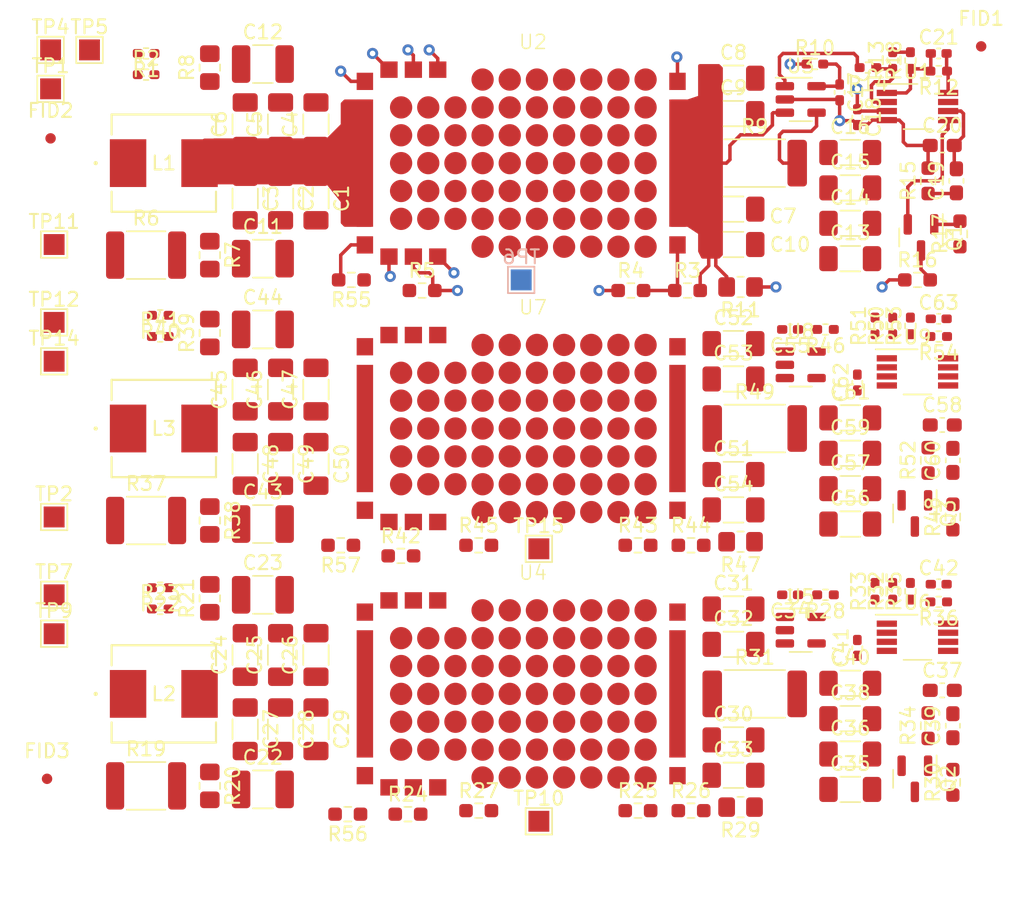
<source format=kicad_pcb>
(kicad_pcb (version 20240108) (generator "pcbnew") (generator_version "8.0")
  (layers (0 "F.Cu" signal) (1 "In1.Cu" signal) (2 "In2.Cu" signal) (3 "In3.Cu" signal) (4 "In4.Cu" signal) (5 "In5.Cu" signal) (6 "In6.Cu" signal) (31 "B.Cu" signal) (34 "B.Paste" user) (35 "F.Paste" user) (36 "B.SilkS" user "B.Silkscreen") (37 "F.SilkS" user "F.Silkscreen") (38 "B.Mask" user) (39 "F.Mask" user) (44 "Edge.Cuts" user))
  (net 0 "")
  (net 1 "/block1/ITRIM")
  (net 2 "Net-(U2-SCL)")
  (net 3 "Net-(U2-SDA)")
  (net 4 "GND")
  (net 5 "Net-(R1-Pad2)")
  (net 6 "Net-(R2-Pad1)")
  (net 7 "/block1/VDD")
  (net 8 "Net-(C11-Pad1)")
  (net 9 "Net-(C12-Pad1)")
  (net 10 "/block2/ITRIM")
  (net 11 "Net-(C19-Pad1)")
  (net 12 "/block1/+IN")
  (net 13 "/block1/VOUT")
  (net 14 "/block1/VOUT_COM")
  (net 15 "/block1/5VCC")
  (net 16 "/block1/VLS")
  (net 17 "/block1/TR-ADJ")
  (net 18 "/block1/+VS")
  (net 19 "/block1/TRIM")
  (net 20 "SGND")
  (net 21 "/block1/VDR")
  (net 22 "/block1/PG")
  (net 23 "/block1/EAO")
  (net 24 "Net-(U1-EAO)")
  (net 25 "Net-(U1-CS-)")
  (net 26 "Net-(U1-CSO)")
  (net 27 "/block1/IN_COM")
  (net 28 "Net-(Q1-E)")
  (net 29 "Net-(U1-CS+)")
  (net 30 "/block1/ISNS")
  (net 31 "Net-(C22-Pad1)")
  (net 32 "Net-(C23-Pad1)")
  (net 33 "/block2/+IN")
  (net 34 "/block2/VOUT")
  (net 35 "/block2/5VCC")
  (net 36 "/block2/VOUT_COM")
  (net 37 "Net-(U6-EAO)")
  (net 38 "Net-(C39-Pad1)")
  (net 39 "/block2/VDD")
  (net 40 "Net-(U6-CS-)")
  (net 41 "Net-(U6-CSO)")
  (net 42 "Net-(C43-Pad1)")
  (net 43 "Net-(C44-Pad1)")
  (net 44 "/block3/+IN")
  (net 45 "/block3/VOUT")
  (net 46 "/block3/5VCC")
  (net 47 "/block3/VOUT_COM")
  (net 48 "Net-(U9-EAO)")
  (net 49 "Net-(C60-Pad1)")
  (net 50 "/block3/VDD")
  (net 51 "Net-(U9-CS-)")
  (net 52 "Net-(U9-CSO)")
  (net 53 "/block2/IN_COM")
  (net 54 "/block3/IN_COM")
  (net 55 "Net-(Q2-E)")
  (net 56 "/block2/TR-ADJ")
  (net 57 "Net-(Q3-E)")
  (net 58 "/block3/TR-ADJ")
  (net 59 "Net-(U4-SCL)")
  (net 60 "Net-(R22-Pad2)")
  (net 61 "Net-(R23-Pad1)")
  (net 62 "Net-(U4-SDA)")
  (net 63 "/block2/TRIM")
  (net 64 "/block2/+VS")
  (net 65 "/block2/VDR")
  (net 66 "Net-(U6-CS+)")
  (net 67 "/block2/ISNS")
  (net 68 "Net-(U7-SCL)")
  (net 69 "Net-(R40-Pad2)")
  (net 70 "Net-(R41-Pad1)")
  (net 71 "Net-(U7-SDA)")
  (net 72 "/block3/TRIM")
  (net 73 "/block3/+VS")
  (net 74 "/block3/VDR")
  (net 75 "Net-(U9-CS+)")
  (net 76 "/block3/ISNS")
  (net 77 "/block3/ITRIM")
  (net 78 "/block2/PG")
  (net 79 "/block2/EAO")
  (net 80 "/block1/ENABLE")
  (net 81 "/block3/PG")
  (net 82 "/block3/EAO")
  (net 83 "/block2/ENABLE")
  (net 84 "/block2/VLS")
  (net 85 "/block3/ENABLE")
  (net 86 "/block3/VLS")
  (footprint "Resistor_SMD:R_0402_1005Metric_Pad0.72x0.64mm_HandSolder" (layer "F.Cu") (at 156.21 73.914 90)
    (property "Reference" "R32")
    (property "Value" "4k")
  )
  (footprint "Capacitor_SMD:C_1206_3216Metric_Pad1.33x1.80mm_HandSolder" (layer "F.Cu") (at 144.78 65.532)
    (property "Reference" "C51")
    (property "Value" "4.7uF")
  )
  (footprint "Capacitor_SMD:C_1210_3225Metric_Pad1.33x2.70mm_HandSolder" (layer "F.Cu") (at 110.998 88.138)
    (property "Reference" "C22")
    (property "Value" "C")
  )
  (footprint "Capacitor_SMD:C_1206_3216Metric_Pad1.33x1.80mm_HandSolder" (layer "F.Cu") (at 153.162 44.958)
    (property "Reference" "C15")
    (property "Value" "4.7uF")
  )
  (footprint "Capacitor_SMD:C_1210_3225Metric_Pad1.33x2.70mm_HandSolder" (layer "F.Cu") (at 110.998 50.038)
    (property "Reference" "C11")
    (property "Value" "C")
  )
  (footprint "Capacitor_SMD:C_0402_1005Metric_Pad0.74x0.62mm_HandSolder" (layer "F.Cu") (at 148.844 55.118 180)
    (property "Reference" "C55")
    (property "Value" "0.1uF")
  )
  (footprint "Resistor_SMD:R_0402_1005Metric_Pad0.72x0.64mm_HandSolder" (layer "F.Cu") (at 159.512 74.676 180)
    (property "Reference" "R36")
    (property "Value" "4k")
  )
  (footprint "Capacitor_SMD:C_1206_3216Metric_Pad1.33x1.80mm_HandSolder" (layer "F.Cu") (at 144.78 49.022)
    (property "Reference" "C10")
    (property "Value" "4.7uF")
  )
  (footprint "Resistor_SMD:R_2512_6332Metric_Pad1.40x3.35mm_HandSolder" (layer "F.Cu") (at 146.304 43.18)
    (property "Reference" "R9")
    (property "Value" "R")
  )
  (footprint "Capacitor_SMD:C_0603_1608Metric_Pad1.08x0.95mm_HandSolder" (layer "F.Cu") (at 160.528 83.566 90)
    (property "Reference" "C39")
    (property "Value" "0.1uF")
  )
  (footprint "Resistor_SMD:R_0402_1005Metric_Pad0.72x0.64mm_HandSolder" (layer "F.Cu") (at 156.21 54.864 90)
    (property "Reference" "R50")
    (property "Value" "4k")
  )
  (footprint "Resistor_SMD:R_0402_1005Metric_Pad0.72x0.64mm_HandSolder" (layer "F.Cu") (at 151.384 74.168 180)
    (property "Reference" "R28")
    (property "Value" "10")
  )
  (footprint "Capacitor_SMD:C_1206_3216Metric_Pad1.33x1.80mm_HandSolder" (layer "F.Cu") (at 144.78 37.084)
    (property "Reference" "C8")
    (property "Value" "4.7uF")
  )
  (footprint "Resistor_SMD:R_0402_1005Metric_Pad0.72x0.64mm_HandSolder" (layer "F.Cu") (at 154.94 54.864 90)
    (property "Reference" "R51")
    (property "Value" "1k")
  )
  (footprint "TestPoint:TestPoint_Pad_1.5x1.5mm" (layer "F.Cu") (at 95.758 37.846)
    (property "Reference" "TP1")
    (property "Value" "TestPoint")
  )
  (footprint "Fiducial:Fiducial_0.75mm_Mask1.5mm" (layer "F.Cu") (at 95.504 87.376)
    (property "Reference" "FID3")
    (property "Value" "Fiducial")
  )
  (footprint "Resistor_SMD:R_0805_2012Metric_Pad1.20x1.40mm_HandSolder" (layer "F.Cu") (at 145.288 89.408 180)
    (property "Reference" "R29")
    (property "Value" "4k")
  )
  (footprint "Resistor_SMD:R_0805_2012Metric_Pad1.20x1.40mm_HandSolder" (layer "F.Cu") (at 107.188 87.884 -90)
    (property "Reference" "R20")
    (property "Value" "R_US")
  )
  (footprint "vicor:2313 PRM TC2_3-47574R4" (layer "F.Cu") (at 129.54 62.23 90)
    (property "Reference" "U7")
    (property "Value" "PRM2313" (hide yes))
  )
  (footprint "Capacitor_SMD:C_1206_3216Metric_Pad1.33x1.80mm_HandSolder" (layer "F.Cu") (at 153.162 88.138)
    (property "Reference" "C35")
    (property "Value" "4.7uF")
  )
  (footprint "Capacitor_SMD:C_0402_1005Metric_Pad0.74x0.62mm_HandSolder" (layer "F.Cu") (at 159.512 73.406)
    (property "Reference" "C42")
    (property "Value" "0.1uF")
  )
  (footprint "Capacitor_SMD:C_0402_1005Metric_Pad0.74x0.62mm_HandSolder" (layer "F.Cu") (at 153.67 39.878 -90)
    (property "Reference" "C18")
    (property "Value" "0.1uF")
  )
  (footprint "TestPoint:TestPoint_Pad_1.5x1.5mm" (layer "F.Cu") (at 96.012 54.61)
    (property "Reference" "TP12")
    (property "Value" "TestPoint")
  )
  (footprint "Capacitor_SMD:C_1206_3216Metric_Pad1.33x1.80mm_HandSolder" (layer "F.Cu") (at 144.78 58.674)
    (property "Reference" "C53")
    (property "Value" "4.7uF")
  )
  (footprint "Capacitor_SMD:C_1206_3216Metric_Pad1.33x1.80mm_HandSolder" (layer "F.Cu") (at 114.808 83.82 -90)
    (property "Reference" "C29")
    (property "Value" "C")
  )
  (footprint "Resistor_SMD:R_0402_1005Metric_Pad0.72x0.64mm_HandSolder" (layer "F.Cu") (at 103.632 54.102 180)
    (property "Reference" "R40")
    (property "Value" "R")
  )
  (footprint "Capacitor_SMD:C_0402_1005Metric_Pad0.74x0.62mm_HandSolder" (layer "F.Cu") (at 152.4 38.1 -90)
    (property "Reference" "C17")
    (property "Value" "0.1uF")
  )
  (footprint "Resistor_SMD:R_0603_1608Metric_Pad0.98x0.95mm_HandSolder" (layer "F.Cu") (at 117.094 89.916 180)
    (property "Reference" "R56")
    (property "Value" "R")
  )
  (footprint "Resistor_SMD:R_0805_2012Metric_Pad1.20x1.40mm_HandSolder" (layer "F.Cu") (at 107.188 36.322 90)
    (property "Reference" "R8")
    (property "Value" "R_US")
  )
  (footprint "Capacitor_SMD:C_1206_3216Metric_Pad1.33x1.80mm_HandSolder" (layer "F.Cu") (at 153.162 83.058)
    (property "Reference" "C38")
    (property "Value" "4.7uF")
  )
  (footprint "Capacitor_SMD:C_0603_1608Metric_Pad1.08x0.95mm_HandSolder" (layer "F.Cu") (at 160.782 44.45 90)
    (property "Reference" "C19")
    (property "Value" "0.1uF")
  )
  (footprint "Resistor_SMD:R_0603_1608Metric_Pad0.98x0.95mm_HandSolder" (layer "F.Cu") (at 137.922 70.612)
    (property "Reference" "R43")
    (property "Value" "R")
  )
  (footprint "Capacitor_SMD:C_1206_3216Metric_Pad1.33x1.80mm_HandSolder" (layer "F.Cu") (at 112.268 83.82 -90)
    (property "Reference" "C28")
    (property "Value" "C")
  )
  (footprint "Resistor_SMD:R_0402_1005Metric_Pad0.72x0.64mm_HandSolder" (layer "F.Cu") (at 103.632 55.626)
    (property "Reference" "R41")
    (property "Value" "R")
  )
  (footprint "Capacitor_SMD:C_1206_3216Metric_Pad1.33x1.80mm_HandSolder" (layer "F.Cu") (at 114.808 40.386 90)
    (property "Reference" "C4")
    (property "Value" "C")
  )
  (footprint "Capacitor_SMD:C_0603_1608Metric_Pad1.08x0.95mm_HandSolder" (layer "F.Cu") (at 159.766 61.976)
    (property "Reference" "C58")
    (property "Value" "0.1uF")
  )
  (footprint "Capacitor_SMD:C_1206_3216Metric_Pad1.33x1.80mm_HandSolder" (layer "F.Cu") (at 114.808 59.436 90)
    (property "Reference" "C47")
    (property "Value" "C")
  )
  (footprint "Capacitor_SMD:C_1210_3225Metric_Pad1.33x2.70mm_HandSolder" (layer "F.Cu") (at 110.998 69.088)
    (property "Reference" "C43")
    (property "Value" "C")
  )
  (footprint "Resistor_SMD:R_0603_1608Metric_Pad0.98x0.95mm_HandSolder" (layer "F.Cu") (at 126.492 70.612)
    (property "Reference" "R45")
    (property "Value" "R")
  )
  (footprint "Resistor_SMD:R_0603_1608Metric_Pad0.98x0.95mm_HandSolder" (layer "F.Cu") (at 158.75 83.566 90)
    (property "Reference" "R34")
    (property "Value" "R")
  )
  (footprint "Capacitor_SMD:C_1206_3216Metric_Pad1.33x1.80mm_HandSolder" (layer "F.Cu") (at 144.78 87.122)
    (property "Reference" "C33")
    (property "Value" "4.7uF")
  )
  (footprint "TestPoint:TestPoint_Pad_1.5x1.5mm" (layer "F.Cu") (at 96.012 57.404)
    (property "Reference" "TP14")
    (property "Value" "TestPoint")
  )
  (footprint "Resistor_SMD:R_0402_1005Metric_Pad0.72x0.64mm_HandSolder" (layer "F.Cu") (at 156.21 35.814 90)
    (property "Reference" "R13")
    (property "Value" "4k")
  )
  (footprint "Resistor_SMD:R_0805_2012Metric_Pad1.20x1.40mm_HandSolder" (layer "F.Cu") (at 107.188 68.834 -90)
    (property "Reference" "R38")
    (property "Value" "R_US")
  )
  (footprint "Resistor_SMD:R_0603_1608Metric_Pad0.98x0.95mm_HandSolder" (layer "F.Cu") (at 158.75 44.45 90)
    (property "Reference" "R15")
    (property "Value" "R")
  )
  (footprint "Package_SO:VSSOP-8_3.0x3.0mm_P0.65mm" (layer "F.Cu") (at 157.988 77.216)
    (property "Reference" "U6")
    (property "Value" "UCC39002D")
  )
  (footprint "Resistor_SMD:R_2512_6332Metric_Pad1.40x3.35mm_HandSolder" (layer "F.Cu") (at 146.304 62.23)
    (property "Reference" "R49")
    (property "Value" "R")
  )
  (footprint "Resistor_SMD:R_0805_2012Metric_Pad1.20x1.40mm_HandSolder" (layer "F.Cu") (at 107.188 74.422 90)
    (property "Reference" "R21")
    (property "Value" "R_US")
  )
  (footprint "Capacitor_SMD:C_1206_3216Metric_Pad1.33x1.80mm_HandSolder" (layer "F.Cu") (at 144.78 84.582)
    (property "Reference" "C30")
    (property "Value" "4.7uF")
  )
  (footprint "Capacitor_SMD:C_1210_3225Metric_Pad1.33x2.70mm_HandSolder" (layer "F.Cu") (at 110.998 36.068)
    (property "Reference" "C12")
    (property "Value" "C")
  )
  (footprint "Package_TO_SOT_SMD:SOT-23" (layer "F.Cu") (at 157.8 68.326 -90)
    (property "Reference" "Q3")
    (property "Value" "BC846")
  )
  (footprint "Capacitor_SMD:C_1206_3216Metric_Pad1.33x1.80mm_HandSolder" (layer "F.Cu") (at 144.78 46.482)
    (property "Reference" "C7")
    (property "Value" "4.7uF")
  )
  (footprint "Resistor_SMD:R_0402_1005Metric_Pad0.72x0.64mm_HandSolder" (layer "F.Cu") (at 154.432 36.322 180)
    (property "Reference" "R14")
    (property "Value" "1k")
  )
  (footprint "Resistor_SMD:R_0603_1608Metric_Pad0.98x0.95mm_HandSolder" (layer "F.Cu") (at 116.586 70.612 180)
    (property "Reference" "R57")
    (property "Value" "R")
  )
  (footprint "Resistor_SMD:R_0402_1005Metric_Pad0.72x0.64mm_HandSolder" (layer "F.Cu") (at 103.632 73.66 180)
    (property "Reference" "R22")
    (property "Value" "R")
  )
  (footprint "Capacitor_SMD:C_0603_1608Metric_Pad1.08x0.95mm_HandSolder" (layer "F.Cu") (at 159.766 81.026)
    (property "Reference" "C37")
    (property "Value" "0.1uF")
  )
  (footprint "Resistor_SMD:R_0805_2012Metric_Pad1.20x1.40mm_HandSolder" (layer "F.Cu") (at 107.188 55.372 90)
    (property "Reference" "R39")
    (property "Value" "R_US")
  )
  (footprint "Capacitor_SMD:C_1206_3216Metric_Pad1.33x1.80mm_HandSolder" (layer "F.Cu") (at 112.268 59.436 90)
    (property "Reference" "C46")
    (property "Value" "C")
  )
  (footprint "Resistor_SMD:R_1812_4532Metric_Pad1.30x3.40mm_HandSolder" (layer "F.Cu") (at 102.616 87.884)
    (property "Reference" "R19")
    (property "Value" "R_US")
  )
  (footprint "Fiducial:Fiducial_0.75mm_Mask1.5mm" (layer "F.Cu") (at 162.56 34.798)
    (property "Reference" "FID1")
    (property "Value" "Fiducial")
  )
  (footprint "Capacitor_SMD:C_1206_3216Metric_Pad1.33x1.80mm_HandSolder" (layer "F.Cu") (at 109.728 45.72 -90)
    (property "Reference" "C3")
    (property "Value" "C")
  )
  (footprint "Resistor_SMD:R_0603_1608Metric_Pad0.98x0.95mm_HandSolder" (layer "F.Cu") (at 141.732 89.662)
    (property "Reference" "R26")
    (property "Value" "R")
  )
  (footprint "Resistor_SMD:R_0603_1608Metric_Pad0.98x0.95mm_HandSolder" (layer "F.Cu") (at 117.348 51.562 180)
    (property "Reference" "R55")
    (property "Value" "R")
  )
  (footprint "Resistor_SMD:R_1812_4532Metric_Pad1.30x3.40mm_HandSolder" (layer "F.Cu") (at 102.616 49.784)
    (property "Reference" "R6")
    (property "Value" "R_US")
  )
  (footprint "Capacitor_SMD:C_1206_3216Metric_Pad1.33x1.80mm_HandSolder" (layer "F.Cu") (at 153.162 42.418)
    (property "Reference" "C16")
    (property "Value" "4.7uF")
  )
  (footprint "TestPoint:TestPoint_Pad_1.5x1.5mm" (layer "F.Cu") (at 96.012 68.58)
    (property "Reference" "TP2")
    (property "Value" "TestPoint")
  )
  (footprint "Resistor_SMD:R_2512_6332Metric_Pad1.40x3.35mm_HandSolder" (layer "F.Cu") (at 146.304 81.28)
    (property "Reference" "R31")
    (property "Value" "R")
  )
  (footprint "Capacitor_SMD:C_1206_3216Metric_Pad1.33x1.80mm_HandSolder" (layer "F.Cu") (at 153.162 64.008)
    (property "Reference" "C59")
    (property "Value" "4.7uF")
  )
  (footprint "TestPoint:TestPoint_Pad_1.5x1.5mm" (layer "F.Cu") (at 98.552 35.052)
    (property "Reference" "TP5")
    (property "Value" "TestPoint")
  )
  (footprint "Resistor_SMD:R_0603_1608Metric_Pad0.98x0.95mm_HandSolder" (layer "F.Cu") (at 121.412 89.916)
    (property "Reference" "R24")
    (property "Value" "R")
  )
  (footprint "Capacitor_SMD:C_1206_3216Metric_Pad1.33x1.80mm_HandSolder" (layer "F.Cu") (at 153.162 66.548)
    (property "Reference" "C57")
    (property "Value" "4.7uF")
  )
  (footprint "Capacitor_SMD:C_1206_3216Metric_Pad1.33x1.80mm_HandSolder" (layer "F.Cu") (at 153.162 69.088)
    (property "Reference" "C56")
    (property "Value" "4.7uF")
  )
  (footprint "Resistor_SMD:R_0603_1608Metric_Pad0.98x0.95mm_HandSolder" (layer "F.Cu") (at 137.922 89.662)
    (property "Reference" "R25")
    (property "Value" "R")
  )
  (footprint "Capacitor_SMD:C_1206_3216Metric_Pad1.33x1.80mm_HandSolder" (layer "F.Cu") (at 144.78 68.072)
    (property "Reference" "C54")
    (property "Value" "4.7uF")
  )
  (footprint "Capacitor_SMD:C_1206_3216Metric_Pad1.33x1.80mm_HandSolder" (layer "F.Cu") (at 153.162 80.518)
    (property "Reference" "C40")
    (property "Value" "4.7uF")
  )
  (footprint "Package_TO_SOT_SMD:SOT-23-5" (layer "F.Cu") (at 149.606 76.708)
    (property "Reference" "U5")
    (property "Value" "AD8211")
  )
  (footprint "Resistor_SMD:R_0805_2012Metric_Pad1.20x1.40mm_HandSolder" (layer "F.Cu") (at 107.188 49.784 -90)
    (property "Reference" "R7")
    (property "Value" "R_US")
  )
  (footprint "Capacitor_SMD:C_1206_3216Metric_Pad1.33x1.80mm_HandSolder" (layer "F.Cu") (at 144.78 39.624)
    (property "Reference" "C9")
    (property "Value" "4.7uF")
  )
  (footprint "Capacitor_SMD:C_0402_1005Metric_Pad0.74x0.62mm_HandSolder" (layer "F.Cu") (at 159.512 35.306)
    (property "Reference" "C21")
    (property "Value" "0.1uF")
  )
  (footprint "Inductor_SMD:IND_IHLP_2525_CZ_VIS-M" (layer "F.Cu") (at 103.886 62.23)
    (property "Reference" "L3")
    (property "Value" "L")
  )
  (footprint "Capacitor_SMD:C_0603_1608Metric_Pad1.08x0.95mm_HandSolder" (layer "F.Cu") (at 159.766 41.91)
    (property "Reference" "C20")
    (property "Value" "0.1uF")
  )
  (footprint "Capacitor_SMD:C_1206_3216Metric_Pad1.33x1.80mm_HandSolder" (layer "F.Cu") (at 153.162 50.038)
    (property "Reference" "C13")
    (property "Value" "4.7uF")
  )
  (footprint "Resistor_SMD:R_0603_1608Metric_Pad0.98x0.95mm_HandSolder" (layer "F.Cu") (at 160.528 87.63 90)
    (property "Reference" "R30")
    (property "Value" "DNP")
  )
  (footprint "Resistor_SMD:R_0805_2012Metric_Pad1.20x1.40mm_HandSolder" (layer "F.Cu") (at 145.288 52.07 180)
    (property "Reference" "R11")
    (property "Value" "4k")
  )
  (footprint "Capacitor_SMD:C_1206_3216Metric_Pad1.33x1.80mm_HandSolder" (layer "F.Cu") (at 109.728 64.77 -90)
    (property "Reference" "C48")
    (property "Value" "C")
  )
  (footprint "Package_TO_SOT_SMD:SOT-23-5" (layer "F.Cu") (at 149.606 38.608)
    (property "Reference" "U3")
    (property "Value" "AD8211")
  )
  (footprint "Resistor_SMD:R_1812_4532Metric_Pad1.30x3.40mm_HandSolder" (layer "F.Cu") (at 102.616 68.834)
    (property "Reference" "R37")
    (property "Value" "R_US")
  )
  (footprint "Resistor_SMD:R_0402_1005Metric_Pad0.72x0.64mm_HandSolder" (layer "F.Cu") (at 159.512 55.626 180)
    (property "Reference" "R54")
    (property "Value" "4k")
  )
  (footprint "Resistor_SMD:R_0402_1005Metric_Pad0.72x0.64mm_HandSolder" (layer "F.Cu") (at 157.48 35.814 90)
    (property "Reference" "R18")
    (property "Value" "1k")
  )
  (footprint "TestPoint:TestPoint_Pad_1.5x1.5mm" (layer "F.Cu") (at 96.012 76.962)
    (property "Reference" "TP9")
    (property "Value" "TestPoint")
  )
  (footprint "TestPoint:TestPoint_Pad_1.5x1.5mm" (layer "F.Cu") (at 95.758 35.052)
    (property "Reference" "TP4")
    (property "Value" "TestPoint")
  )
  (footprint "Capacitor_SMD:C_1206_3216Metric_Pad1.33x1.80mm_HandSolder" (layer "F.Cu") (at 144.78 56.134)
    (property "Reference" "C52")
    (property "Value" "4.7uF")
  )
  (footprint "Resistor_SMD:R_0402_1005Metric_Pad0.72x0.64mm_HandSolder" (layer "F.Cu") (at 159.512 36.576 180)
    (property "Reference" "R12")
    (property "Value" "4k")
  )
  (footprint "Resistor_SMD:R_0603_1608Metric_Pad0.98x0.95mm_HandSolder" (layer "F.Cu") (at 137.414 52.324)
    (property "Reference" "R4")
    (property "Value" "R")
  )
  (footprint "Capacitor_SMD:C_1206_3216Metric_Pad1.33x1.80mm_HandSolder" (layer "F.Cu") (at 112.268 78.486 90)
    (property "Reference" "C25")
    (property "Value" "C")
  )
  (footprint "Package_TO_SOT_SMD:SOT-23-5" (layer "F.Cu") (at 149.606 57.658)
    (property "Reference" "U8")
    (property "Value" "AD8211")
  )
  (footprint "Capacitor_SMD:C_1206_3216Metric_Pad1.33x1.80mm_HandSolder" (layer "F.Cu") (at 112.268 64.77 -90)
    (property "Reference" "C49")
    (property "Value" "C")
  )
  (footprint "Resistor_SMD:R_0603_1608Metric_Pad0.98x0.95mm_HandSolder" (layer "F.Cu") (at 157.988 51.562)
    (property "Reference" "R16")
    (property "Value" "R")
  )
  (footprint "Capacitor_SMD:C_1206_3216Metric_Pad1.33x1.80mm_HandSolder" (layer "F.Cu") (at 153.162 61.468)
    (property "Reference" "C61")
    (property "Value" "4.7uF")
  )
  (footprint "TestPoint:TestPoint_Pad_1.5x1.5mm" (layer "F.Cu") (at 96.012 74.168)
    (property "Reference" "TP7")
    (property "Value" "TestPoint")
  )
  (footprint "Package_SO:VSSOP-8_3.0x3.0mm_P0.65mm" (layer "F.Cu") (at 157.988 58.166)
    (property "Reference" "U9")
    (property "Value" "UCC39002D")
  )
  (footprint "Capacitor_SMD:C_0603_1608Metric_Pad1.08x0.95mm_HandSolder" (layer "F.Cu") (at 160.528 64.516 90)
    (property "Reference" "C60")
    (property "Value" "0.1uF")
  )
  (footprint "Package_TO_SOT_SMD:SOT-23" (layer "F.Cu") (at 158.242 48.514 -90)
    (property "Reference" "Q1")
    (property "Value" "BC846")
  )
  (footprint "Resistor_SMD:R_0402_1005Metric_Pad0.72x0.64mm_HandSolder" (layer "F.Cu") (at 154.94 73.914 90)
    (property "Reference" "R33")
    (property "Value" "1k")
  )
  (footprint "Resistor_SMD:R_0603_1608Metric_Pad0.98x0.95mm_HandSolder" (layer "F.Cu") (at 160.528 68.58 90)
    (property "Reference" "R48")
    (property "Value" "DNP")
  )
  (footprint "Capacitor_SMD:C_1206_3216Metric_Pad1.33x1.80mm_HandSolder" (layer "F.Cu") (at 144.78 75.184)
    (property "Reference" "C31")
    (property "Value" "4.7uF")
  )
  (footprint "Resistor_SMD:R_0603_1608Metric_Pad0.98x0.95mm_HandSolder" (layer "F.Cu") (at 126.492 89.662)
    (property "Reference" "R27")
    (property "Value" "R")
  )
  (footprint "Capacitor_SMD:C_1206_3216Metric_Pad1.33x1.80mm_HandSolder" (layer "F.Cu") (at 109.728 40.386 90)
    (property "Reference" "C6")
    (property "Value" "C")
  )
  (footprint "Inductor_SMD:IND_IHLP_2525_CZ_VIS-M" (layer "F.Cu") (at 103.886 81.28)
    (property "Reference" "L2")
    (property "Value" "L")
  )
  (footprint "Resistor_SMD:R_0603_1608Metric_Pad0.98x0.95mm_HandSolder" (layer "F.Cu") (at 141.478 52.324)
    (property "Reference" "R3")
    (property "Value" "R")
  )
  (footprint "Capacitor_SMD:C_1206_3216Metric_Pad1.33x1.80mm_HandSolder" (layer "F.Cu") (at 112.268 40.386 90)
    (property "Reference" "C5")
    (property "Value" "C")
  )
  (footprint "Package_TO_SOT_SMD:SOT-23" (layer "F.Cu") (at 157.8 87.376 -90)
    (property "Reference" "Q2")
    (property "Value" "BC846")
  )
  (footprint "Capacitor_SMD:C_0402_1005Metric_Pad0.74x0.62mm_HandSolder" (layer "F.Cu") (at 153.67 77.978 90)
    (property "Reference" "C41")
    (property "Value" "0.1uF")
  )
  (footprint "Resistor_SMD:R_0805_2012Metric_Pad1.20x1.40mm_HandSolder" (layer "F.Cu") (at 145.288 70.358 180)
    (property "Reference" "R47")
    (property "Value" "4k")
  )
  (footprint "vicor:2313 PRM TC2_3-47574R4" (layer "F.Cu") (at 129.54 43.18 90)
    (property "Reference" "U2")
    (property "Value" "PRM2313" (hide yes))
  )
  (footprint "Capacitor_SMD:C_1210_3225Metric_Pad1.33x2.70mm_HandSolder" (layer "F.Cu") (at 110.998 55.118)
    (property "Reference" "C44")
    (property "Value" "C")
  )
  (footprint "Capacitor_SMD:C_1206_3216Metric_Pad1.33x1.80mm_HandSolder" (layer "F.Cu") (at 114.808 45.72 -90)
    (property "Reference" "C1")
    (property "Value" "C")
  )
  (footprint "Capacitor_SMD:C_1206_3216Metric_Pad1.33x1.80mm_HandSolder" (layer "F.Cu") (at 109.728 59.436 90)
    (property "Reference" "C45")
    (property "Value" "C")
  )
  (footprint "Package_SO:VSSOP-8_3.0x3.0mm_P0.65mm" (layer "F.Cu") (at 157.988 39.116)
    (property "Reference" "U1")
    (property "Value" "UCC39002D")
  )
  (footprint "Resistor_SMD:R_0402_1005Metric_Pad0.72x0.64mm_HandSolder" (layer "F.Cu") (at 102.616 36.83)
    (property "Reference" "R2")
    (property "Value" "R")
  )
  (footprint "vicor:2313 PRM TC2_3-47574R4" (layer "F.Cu") (at 129.54 81.28 90)
    (property "Reference" "U4")
    (property "Value" "PRM2313" (hide yes))
  )
  (footprint "Fiducial:Fiducial_0.75mm_Mask1.5mm" (layer "F.Cu") (at 95.758 41.402)
    (property "Reference" "FID2")
    (property "Value" "Fiducial")
  )
  (footprint "TestPoint:TestPoint_Pad_1.5x1.5mm" (layer "F.Cu") (at 130.81 70.866)
    (property "Reference" "TP15")
    (property "Value" "TestPoint")
  )
  (footprint "Resistor_SMD:R_0603_1608Metric_Pad0.98x0.95mm_HandSolder" (layer "F.Cu") (at 120.904 71.374)
    (property "Reference" "R42")
    (property "Value" "R")
  )
  (footprint "Resistor_SMD:R_0402_1005Metric_Pad0.72x0.64mm_HandSolder" (layer "F.Cu") (at 157.48 54.864 90)
    (property "Reference" "R53")
    (property "Value" "1k")
  )
  (footprint "Capacitor_SMD:C_1210_3225Metric_Pad1.33x2.70mm_HandSolder" (layer "F.Cu") (at 110.998 74.168)
    (property "Reference" "C23")
    (property "Value" "C")
  )
  (footprint "Resistor_SMD:R_0402_1005Metric_Pad0.72x0.64mm_HandSolder" (layer "F.Cu") (at 151.384 55.118 180)
    (property "Reference" "R46")
    (property "Value" "10")
  )
  (footprint "Resistor_SMD:R_0402_1005Metric_Pad0.72x0.64mm_HandSolder" (layer "F.Cu") (at 150.622 36.068)
    (property "Reference" "R10")
    (property "Value" "10")
  )
  (footprint "Resistor_SMD:R_0603_1608Metric_Pad0.98x0.95mm_HandSolder" (layer "F.Cu") (at 161.036 48.26 90)
    (property "Reference" "R17")
    (property "Value" "DNP")
  )
  (footprint "Resistor_SMD:R_0603_1608Metric_Pad0.98x0.95mm_HandSolder" (layer "F.Cu") (at 158.75 64.516 90)
    (property "Reference" "R52")
    (property "Value" "R")
  )
  (footprint "Capacitor_SMD:C_1206_3216Metric_Pad1.33x1.80mm_HandSolder" (layer "F.Cu") (at 114.808 64.77 -90)
    (property "Reference" "C50")
    (property "Value" "C")
  )
  (footprint "Resistor_SMD:R_0603_1608Metric_Pad0.98x0.95mm_HandSolder" (layer "F.Cu") (at 141.732 70.612)
    (property "Reference" "R44")
    (property "Value" "R")
  )
  (footprint "Capacitor_SMD:C_1206_3216Metric_Pad1.33x1.80mm_HandSolder" (layer "F.Cu") (at 153.162 47.498)
    (property "Reference" "C14")
    (property "Value" "4.7uF")
  )
  (footprint "Inductor_SMD:IND_IHLP_2525_CZ_VIS-M" (layer "F.Cu") (at 103.886 43.18)
    (property "Reference" "L1")
    (property "Value" "L")
  )
  (footprint "Resistor_SMD:R_0402_1005Metric_Pad0.72x0.64mm_HandSolder" (layer "F.Cu") (at 102.616 35.306 180)
    (property "Reference" "R1")
    (property "Value" "R")
  )
  (footprint "Capacitor_SMD:C_0402_1005Metric_Pad0.74x0.62mm_HandSolder" (layer "F.Cu") (at 148.844 74.168 180)
    (property "Reference" "C34")
    (property "Value" "0.1uF")
  )
  (footprint "Capacitor_SMD:C_0402_1005Metric_Pad0.74x0.62mm_HandSolder" (layer "F.Cu") (at 159.512 54.356)
    (property "Reference" "C63")
    (property "Value" "0.1uF")
  )
  (footprint "Capacitor_SMD:C_1206_3216Metric_Pad1.33x1.80mm_HandSolder" (layer "F.Cu") (at 109.728 83.82 -90)
    (property "Reference" "C27")
    (property "Value" "C")
  )
  (footprint "Resistor_SMD:R_0402_1005Metric_Pad0.72x0.64mm_HandSolder" (layer "F.Cu") (at 157.48 73.914 90)
    (property "Reference" "R35")
    (property "Value" "1k")
  )
  (footprint "Capacitor_SMD:C_1206_3216Metric_Pad1.33x1.80mm_HandSolder" (layer "F.Cu") (at 112.268 45.72 -90)
    (property "Reference" "C2")
    (property "Value" "C")
  )
  (footprint "Resistor_SMD:R_0603_1608Metric_Pad0.98x0.95mm_HandSolder" (layer "F.Cu") (at 122.428 52.324)
    (property "Reference" "R5")
    (property "Value" "R")
  )
  (footprint "Capacitor_SMD:C_1206_3216Metric_Pad1.33x1.80mm_HandSolder" (layer "F.Cu") (at 114.808 78.486 90)
    (property "Reference" "C26")
    (property "Value" "C")
  )
  (footprint "Capacitor_SMD:C_0402_1005Metric_Pad0.74x0.62mm_HandSolder" (layer "F.Cu") (at 153.67 58.928 90)
    (property "Reference" "C62")
    (property "Value" "0.1uF")
  )
  (footprint "Resistor_SMD:R_0402_1005Metric_Pad0.72x0.64mm_HandSolder" (layer "F.Cu") (at 103.632 75.184)
    (property "Reference" "R23")
    (property "Value" "R")
  )
  (footprint "Capacitor_SMD:C_1206_3216Metric_Pad1.33x1.80mm_HandSolder" (layer "F.Cu") (at 144.78 77.724)
    (property "Reference" "C32")
    (property "Value" "4.7uF")
  )
  (footprint "TestPoint:TestPoint_Pad_1.5x1.5mm" (layer "F.Cu") (at 130.81 90.424)
    (property "Reference" "TP10")
    (property "Value" "TestPoint")
  )
  (footprint "Capacitor_SMD:C_1206_3216Metric_Pad1.33x1.80mm_HandSolder" (layer "F.Cu") (at 109.728 78.486 90)
    (property "Reference" "C24")
    (property "Value" "C")
  )
  (footprint "Capacitor_SMD:C_1206_3216Metric_Pad1.33x1.80mm_HandSolder" (layer "F.Cu") (at 153.162 85.598)
    (property "Reference" "C36")
    (property "Value" "4.7uF")
  )
  (footprint "TestPoint:TestPoint_Pad_1.5x1.5mm" (layer "F.Cu") (at 96.012 49.022)
    (property "Reference" "TP11")
    (property "Value" "TestPoint")
  )
  (footprint "TestPoint:TestPoint_Pad_1.5x1.5mm" (layer "B.Cu") (at 129.54 51.562 180)
    (property "Reference" "TP6")
    (property "Value" "TestPoint")
  )
  (segment (start 116.586 51.4115) (end 116.4355 51.562) (width 0.25) (layer "F.Cu") (net 1))
  (segment (start 118.32 49.05) (end 117.32 49.05) (width 0.25) (layer "F.Cu") (net 1))
  (segment (start 117.32 49.05) (end 116.586 49.784) (width 0.25) (layer "F.Cu") (net 1))
  (segment (start 116.586 49.784) (end 116.586 51.4115) (width 0.25) (layer "F.Cu") (net 1))
  (segment (start 120.05 36.47) (end 120.036 36.47) (width 0.25) (layer "F.Cu") (net 2))
  (segment (start 120.036 36.47) (end 118.872 35.306) (width 0.25) (layer "F.Cu") (net 2))
  (via (at 118.872 35.306) (size 0.8) (drill 0.4) (layers "F.Cu" "B.Cu") (net 2))
  (segment (start 118.32 37.31) (end 117.32 37.31) (width 0.25) (layer "F.Cu") (net 3))
  (segment (start 117.32 37.31) (end 116.586 36.576) (width 0.25) (layer "F.Cu") (net 3))
  (via (at 116.586 36.576) (size 0.8) (drill 0.4) (layers "F.Cu" "B.Cu") (net 3))
  (segment (start 155.788 39.441) (end 153.8005 39.441) (width 0.25) (layer "F.Cu") (net 7))
  (segment (start 146.288 52.07) (end 147.828 52.07) (width 0.25) (layer "F.Cu") (net 7))
  (segment (start 159.192 47.5765) (end 160.807 47.5765) (width 0.25) (layer "F.Cu") (net 7))
  (segment (start 153.8005 39.441) (end 153.67 39.3105) (width 0.25) (layer "F.Cu") (net 7))
  (segment (start 153.67 39.3105) (end 153.67 37.846) (width 0.25) (layer "F.Cu") (net 7))
  (segment (start 160.807 47.5765) (end 161.036 47.3475) (width 0.25) (layer "F.Cu") (net 7))
  (via (at 153.67 37.846) (size 0.8) (drill 0.4) (layers "F.Cu" "B.Cu") (net 7))
  (via (at 147.828 52.07) (size 0.8) (drill 0.4) (layers "F.Cu" "B.Cu") (net 7))
  (segment (start 160.732 45.3625) (end 160.782 45.3125) (width 0.25) (layer "F.Cu") (net 11))
  (segment (start 158.75 45.3625) (end 160.732 45.3625) (width 0.25) (layer "F.Cu") (net 11))
  (segment (start 143.51 50.546) (end 143.51 49.3145) (width 0.25) (layer "F.Cu") (net 13))
  (segment (start 144.272 43.18) (end 143.254 43.18) (width 0.25) (layer "F.Cu") (net 13))
  (segment (start 147.64 39.558) (end 147.574 39.624) (width 0.25) (layer "F.Cu") (net 13))
  (segment (start 144.288 52.07) (end 144.288 51.324) (width 0.25) (layer "F.Cu") (net 13))
  (segment (start 142.3905 52.324) (end 142.3905 51.1575) (width 0.25) (layer "F.Cu") (net 13))
  (segment (start 144.526 41.91) (end 144.526 42.926) (width 0.25) (layer "F.Cu") (net 13))
  (segment (start 142.3905 51.1575) (end 143.002 50.546) (width 0.25) (layer "F.Cu") (net 13))
  (segment (start 143.51 49.3145) (end 143.2175 49.022) (width 0.25) (layer "F.Cu") (net 13))
  (segment (start 144.526 42.926) (end 144.272 43.18) (width 0.25) (layer "F.Cu") (net 13))
  (segment (start 147.574 39.624) (end 147.574 40.454087) (width 0.25) (layer "F.Cu") (net 13))
  (segment (start 148.4685 39.558) (end 147.64 39.558) (width 0.25) (layer "F.Cu") (net 13))
  (segment (start 144.288 51.324) (end 143.51 50.546) (width 0.25) (layer "F.Cu") (net 13))
  (segment (start 143.002 50.546) (end 143.002 49.2375) (width 0.25) (layer "F.Cu") (net 13))
  (segment (start 146.880087 41.148) (end 145.288 41.148) (width 0.25) (layer "F.Cu") (net 13))
  (segment (start 145.288 41.148) (end 144.526 41.91) (width 0.25) (layer "F.Cu") (net 13))
  (segment (start 147.574 40.454087) (end 146.880087 41.148) (width 0.25) (layer "F.Cu") (net 13))
  (segment (start 143.002 49.2375) (end 143.2175 49.022) (width 0.25) (layer "F.Cu") (net 13))
  (segment (start 148.336 43.18) (end 149.354 43.18) (width 0.25) (layer "F.Cu") (net 14))
  (segment (start 150.368 40.894) (end 148.336 40.894) (width 0.25) (layer "F.Cu") (net 14))
  (segment (start 148.082 42.926) (end 148.336 43.18) (width 0.25) (layer "F.Cu") (net 14))
  (segment (start 150.7435 40.5185) (end 150.368 40.894) (width 0.25) (layer "F.Cu") (net 14))
  (segment (start 148.082 41.148) (end 148.082 42.926) (width 0.25) (layer "F.Cu") (net 14))
  (segment (start 150.7435 39.558) (end 150.7435 40.5185) (width 0.25) (layer "F.Cu") (net 14))
  (segment (start 148.336 40.894) (end 148.082 41.148) (width 0.25) (layer "F.Cu") (net 14))
  (segment (start 151.2195 36.068) (end 152.146 36.068) (width 0.25) (layer "F.Cu") (net 15))
  (segment (start 152.146 36.068) (end 152.4 36.322) (width 0.25) (layer "F.Cu") (net 15))
  (segment (start 152.4 36.322) (end 152.4 37.5325) (width 0.25) (layer "F.Cu") (net 15))
  (segment (start 150.7435 37.658) (end 152.2745 37.658) (width 0.25) (layer "F.Cu") (net 15))
  (segment (start 152.2745 37.658) (end 152.4 37.5325) (width 0.25) (layer "F.Cu") (net 15))
  (segment (start 158.9005 51.4585) (end 158.242 50.8) (width 0.25) (layer "F.Cu") (net 17))
  (segment (start 158.9005 51.562) (end 158.9005 51.4585) (width 0.25) (layer "F.Cu") (net 17))
  (segment (start 158.242 50.8) (end 158.242 49.4515) (width 0.25) (layer "F.Cu") (net 17))
  (segment (start 138.3265 52.324) (end 140.5655 52.324) (width 0.25) (layer "F.Cu") (net 18))
  (segment (start 140.76 49.05) (end 140.76 52.1295) (width 0.25) (layer "F.Cu") (net 18))
  (segment (start 140.76 52.1295) (end 140.5655 52.324) (width 0.25) (layer "F.Cu") (net 18))
  (segment (start 123.19 52.1735) (end 123.3405 52.324) (width 0.25) (layer "F.Cu") (net 19))
  (segment (start 123.3405 52.324) (end 124.968 52.324) (width 0.25) (layer "F.Cu") (net 19))
  (segment (start 122.174 51.054) (end 122.936 51.054) (width 0.25) (layer "F.Cu") (net 19))
  (segment (start 155.956 51.562) (end 155.448 52.07) (width 0.25) (layer "F.Cu") (net 19))
  (segment (start 121.8 49.89001) (end 121.8 50.68) (width 0.25) (layer "F.Cu") (net 19))
  (segment (start 157.0755 51.562) (end 155.956 51.562) (width 0.25) (layer "F.Cu") (net 19))
  (segment (start 122.936 51.054) (end 123.19 51.308) (width 0.25) (layer "F.Cu") (net 19))
  (segment (start 121.8 50.68) (end 122.174 51.054) (width 0.25) (layer "F.Cu") (net 19))
  (segment (start 136.5015 52.324) (end 135.128 52.324) (width 0.25) (layer "F.Cu") (net 19))
  (segment (start 123.19 51.308) (end 123.19 52.1735) (width 0.25) (layer "F.Cu") (net 19))
  (via (at 155.448 52.07) (size 0.8) (drill 0.4) (layers "F.Cu" "B.Cu") (net 19))
  (via (at 135.128 52.324) (size 0.8) (drill 0.4) (layers "F.Cu" "B.Cu") (net 19))
  (via (at 124.968 52.324) (size 0.8) (drill 0.4) (layers "F.Cu" "B.Cu") (net 19))
  (segment (start 155.788 40.091) (end 156.677 40.091) (width 0.25) (layer "F.Cu") (net 20))
  (segment (start 157.226 41.91) (end 158.9035 41.91) (width 0.25) (layer "F.Cu") (net 20))
  (segment (start 156.677 40.091) (end 156.972 40.386) (width 0.25) (layer "F.Cu") (net 20))
  (segment (start 120.05 49.89001) (end 120.05 51.216) (width 0.25) (layer "F.Cu") (net 20))
  (segment (start 152.3405 38.608) (end 152.4 38.6675) (width 0.25) (layer "F.Cu") (net 20))
  (segment (start 156.972 40.386) (end 156.972 41.656) (width 0.25) (layer "F.Cu") (net 20))
  (segment (start 155.788 40.091) (end 154.727 40.091) (width 0.25) (layer "F.Cu") (net 20))
  (segment (start 153.7295 40.386) (end 153.67 40.4455) (width 0.25) (layer "F.Cu") (net 20))
  (segment (start 148.4685 38.608) (end 152.3405 38.608) (width 0.25) (layer "F.Cu") (net 20))
  (segment (start 153.3565 40.132) (end 153.67 40.4455) (width 0.25) (layer "F.Cu") (net 20))
  (segment (start 152.4 40.132) (end 153.3565 40.132) (width 0.25) (layer "F.Cu") (net 20))
  (segment (start 156.972 41.656) (end 157.226 41.91) (width 0.25) (layer "F.Cu") (net 20))
  (segment (start 152.4 38.6675) (end 152.4 40.132) (width 0.25) (layer "F.Cu") (net 20))
  (segment (start 158.75 42.0635) (end 158.9035 41.91) (width 0.25) (layer "F.Cu") (net 20))
  (segment (start 156.21 35.2165) (end 157.48 35.2165) (width 0.25) (layer "F.Cu") (net 20))
  (segment (start 154.727 40.091) (end 154.432 40.386) (width 0.25) (layer "F.Cu") (net 20))
  (segment (start 158.75 43.5375) (end 158.75 42.0635) (width 0.25) (layer "F.Cu") (net 20))
  (segment (start 154.432 40.386) (end 153.7295 40.386) (width 0.25) (layer "F.Cu") (net 20))
  (segment (start 120.05 51.216) (end 120.142 51.308) (width 0.25) (layer "F.Cu") (net 20))
  (via (at 120.142 51.308) (size 0.8) (drill 0.4) (layers "F.Cu" "B.Cu") (net 20))
  (via (at 152.4 40.132) (size 0.8) (drill 0.4) (layers "F.Cu" "B.Cu") (net 20))
  (segment (start 150.0245 36.068) (end 148.844 36.068) (width 0.25) (layer "F.Cu") (net 21))
  (segment (start 140.76 37.31) (end 140.76 35.604) (width 0.25) (layer "F.Cu") (net 21))
  (segment (start 140.76 35.604) (end 140.716 35.56) (width 0.25) (layer "F.Cu") (net 21))
  (via (at 140.716 35.56) (size 0.8) (drill 0.4) (layers "F.Cu" "B.Cu") (net 21))
  (via (at 148.844 36.068) (size 0.8) (drill 0.4) (layers "F.Cu" "B.Cu") (net 21))
  (segment (start 123.55 35.666) (end 122.936 35.052) (width 0.25) (layer "F.Cu") (net 22))
  (segment (start 123.55 36.47) (end 123.55 35.666) (width 0.25) (layer "F.Cu") (net 22))
  (via (at 122.936 35.052) (size 0.8) (drill 0.4) (layers "F.Cu" "B.Cu") (net 22))
  (segment (start 123.55 49.89001) (end 123.55001 49.89001) (width 0.25) (layer "F.Cu") (net 23))
  (segment (start 123.55001 49.89001) (end 124.714 51.054) (width 0.25) (layer "F.Cu") (net 23))
  (via (at 124.714 51.054) (size 0.8) (drill 0.4) (layers "F.Cu" "B.Cu") (net 23))
  (segment (start 161.29 41.2485) (end 160.6285 41.91) (width 0.25) (layer "F.Cu") (net 24))
  (segment (start 161.107 39.441) (end 161.29 39.624) (width 0.25) (layer "F.Cu") (net 24))
  (segment (start 161.29 39.624) (end 161.29 41.2485) (width 0.25) (layer "F.Cu") (net 24))
  (segment (start 160.188 39.441) (end 161.107 39.441) (width 0.25) (layer "F.Cu") (net 24))
  (segment (start 160.6285 41.91) (end 160.6285 43.434) (width 0.25) (layer "F.Cu") (net 24))
  (segment (start 160.6285 43.434) (end 160.782 43.5875) (width 0.25) (layer "F.Cu") (net 24))
  (segment (start 157.48 36.4115) (end 158.75 36.4115) (width 0.25) (layer "F.Cu") (net 25))
  (segment (start 157.185 38.141) (end 157.48 37.846) (width 0.25) (layer "F.Cu") (net 25))
  (segment (start 158.9445 35.306) (end 158.9445 36.546) (width 0.25) (layer "F.Cu") (net 25))
  (segment (start 158.75 36.4115) (end 158.9145 36.576) (width 0.25) (layer "F.Cu") (net 25))
  (segment (start 158.9445 36.546) (end 158.9145 36.576) (width 0.25) (layer "F.Cu") (net 25))
  (segment (start 155.788 38.141) (end 157.185 38.141) (width 0.25) (layer "F.Cu") (net 25))
  (segment (start 157.48 37.846) (end 157.48 36.4115) (width 0.25) (layer "F.Cu") (net 25))
  (segment (start 160.0795 36.546) (end 160.1095 36.576) (width 0.25) (layer "F.Cu") (net 26))
  (segment (start 160.188 38.141) (end 160.188 36.6545) (width 0.25) (layer "F.Cu") (net 26))
  (segment (start 160.0795 35.306) (end 160.0795 36.546) (width 0.25) (layer "F.Cu") (net 26))
  (segment (start 160.188 36.6545) (end 160.1095 36.576) (width 0.25) (layer "F.Cu") (net 26))
  (segment (start 157.292 44.892) (end 157.292 47.5765) (width 0.25) (layer "F.Cu") (net 28))
  (segment (start 159.512 44.45) (end 157.734 44.45) (width 0.25) (layer "F.Cu") (net 28))
  (segment (start 159.766 44.196) (end 159.512 44.45) (width 0.25) (layer "F.Cu") (net 28))
  (segment (start 160.188 40.726) (end 159.766 41.148) (width 0.25) (layer "F.Cu") (net 28))
  (segment (start 160.188 40.091) (end 160.188 40.726) (width 0.25) (layer "F.Cu") (net 28))
  (segment (start 157.734 44.45) (end 157.292 44.892) (width 0.25) (layer "F.Cu") (net 28))
  (segment (start 159.766 41.148) (end 159.766 44.196) (width 0.25) (layer "F.Cu") (net 28))
  (segment (start 154.94 36.4115) (end 156.21 36.4115) (width 0.25) (layer "F.Cu") (net 29))
  (segment (start 155.788 38.791) (end 154.869 38.791) (width 0.25) (layer "F.Cu") (net 29))
  (segment (start 155.956 37.338) (end 156.21 37.084) (width 0.25) (layer "F.Cu") (net 29))
  (segment (start 156.21 37.084) (end 156.21 36.4115) (width 0.25) (layer "F.Cu") (net 29))
  (segment (start 154.686 38.608) (end 154.686 37.592) (width 0.25) (layer "F.Cu") (net 29))
  (segment (start 154.686 37.592) (end 154.94 37.338) (width 0.25) (layer "F.Cu") (net 29))
  (segment (start 154.94 37.338) (end 155.956 37.338) (width 0.25) (layer "F.Cu") (net 29))
  (segment (start 154.869 38.791) (end 154.686 38.608) (width 0.25) (layer "F.Cu") (net 29))
  (segment (start 148.336 35.306) (end 153.416 35.306) (width 0.25) (layer "F.Cu") (net 30))
  (segment (start 153.67 35.56) (end 153.67 36.1575) (width 0.25) (layer "F.Cu") (net 30))
  (segment (start 153.67 36.1575) (end 153.8345 36.322) (width 0.25) (layer "F.Cu") (net 30))
  (segment (start 153.416 35.306) (end 153.67 35.56) (width 0.25) (layer "F.Cu") (net 30))
  (segment (start 148.4685 37.2165) (end 148.082 36.83) (width 0.25) (layer "F.Cu") (net 30))
  (segment (start 148.082 35.56) (end 148.336 35.306) (width 0.25) (layer "F.Cu") (net 30))
  (segment (start 148.4685 37.658) (end 148.4685 37.2165) (width 0.25) (layer "F.Cu") (net 30))
  (segment (start 148.082 36.83) (end 148.082 35.56) (width 0.25) (layer "F.Cu") (net 30))
  (segment (start 121.8 36.47) (end 121.8 35.44) (width 0.25) (layer "F.Cu") (net 80))
  (segment (start 121.8 35.44) (end 121.412 35.052) (width 0.25) (layer "F.Cu") (net 80))
  (via (at 121.412 35.052) (size 0.8) (drill 0.4) (layers "F.Cu" "B.Cu") (net 80))
  (zone (net 12) (net_name "/block1/+IN") (layer "F.Cu") (connect_pads yes (clearance 0.5)) (min_thickness 0.25) (fill yes (thermal_gap 0.5) (thermal_bridge_width 0.5))
    (polygon (pts (xy 106.68 41.402) (xy 115.57 41.402) (xy 116.586 40.386) (xy 116.586 38.862) (xy 116.84 38.608) (xy 118.872 38.608) (xy 118.872 47.752) (xy 116.84 47.752) (xy 116.586 47.498) (xy 116.586 45.974) (xy 115.57 44.704) (xy 106.68 44.704)))
  )
  (zone (net 13) (net_name "/block1/VOUT") (layer "F.Cu") (priority 1) (connect_pads yes (clearance 0.5)) (min_thickness 0.25) (fill yes (thermal_gap 0.5) (thermal_bridge_width 0.5))
    (polygon (pts (xy 140.208 38.608) (xy 141.478 38.608) (xy 142.24 38.354) (xy 142.24 36.322) (xy 142.24 36.068) (xy 143.764 36.068) (xy 144.018 36.322) (xy 144.018 49.784) (xy 143.764 50.038) (xy 142.494 50.038) (xy 142.24 49.53) (xy 142.24 48.26) (xy 141.478 47.752) (xy 140.208 47.752)))
  )
)
</source>
